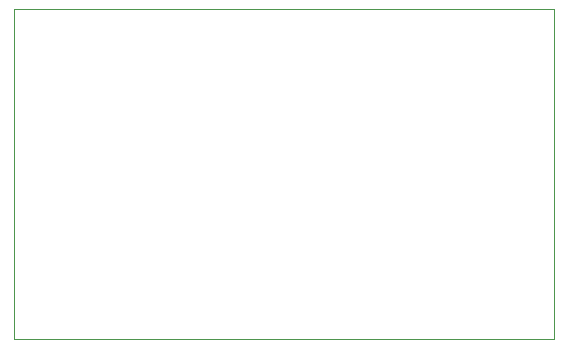
<source format=gbr>
%TF.GenerationSoftware,KiCad,Pcbnew,7.0.6*%
%TF.CreationDate,2023-11-02T18:38:28-04:00*%
%TF.ProjectId,FT2232_Board,46543232-3332-45f4-926f-6172642e6b69,rev?*%
%TF.SameCoordinates,Original*%
%TF.FileFunction,Profile,NP*%
%FSLAX46Y46*%
G04 Gerber Fmt 4.6, Leading zero omitted, Abs format (unit mm)*
G04 Created by KiCad (PCBNEW 7.0.6) date 2023-11-02 18:38:28*
%MOMM*%
%LPD*%
G01*
G04 APERTURE LIST*
%TA.AperFunction,Profile*%
%ADD10C,0.100000*%
%TD*%
G04 APERTURE END LIST*
D10*
X106680000Y-73660000D02*
X152400000Y-73660000D01*
X152400000Y-101600000D01*
X106680000Y-101600000D01*
X106680000Y-73660000D01*
M02*

</source>
